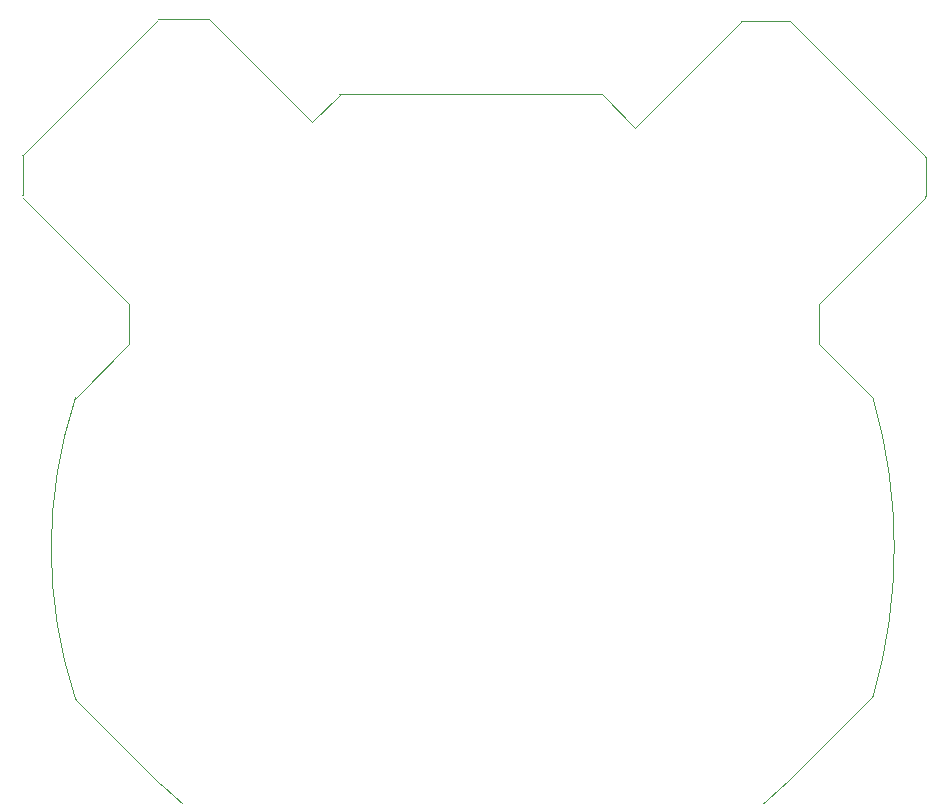
<source format=gbr>
%TF.GenerationSoftware,Altium Limited,Altium Designer,20.0.13 (296)*%
G04 Layer_Color=0*
%FSLAX45Y45*%
%MOMM*%
%TF.FileFunction,Profile,NP*%
%TF.Part,Single*%
G01*
G75*
%TA.AperFunction,Profile*%
%ADD115C,0.02540*%
D115*
X7050336Y6909549D02*
G02*
X7049102Y9452787I3851531J1273488D01*
G01*
D02*
G02*
X7052236Y9457850I12098J-3987D01*
G01*
X7052193Y9457807D01*
X7505662Y9911276D01*
Y10256324D01*
X6607693Y11154293D01*
D02*
G02*
X6605658Y11169650I9007J9007D01*
G01*
D02*
G02*
X6603962Y11176000I11042J6350D01*
G01*
Y11506200D01*
D02*
G02*
X6607736Y11515250I12738J0D01*
G01*
X6607693Y11515207D01*
X7750660Y12658175D01*
D02*
G02*
X7766006Y12660217I9007J-9007D01*
G01*
D02*
G02*
X7772400Y12661938I6394J-11017D01*
G01*
X8178800D01*
D02*
G02*
X8187850Y12658164I0J-12738D01*
G01*
X8187807Y12658207D01*
X9055100Y11790914D01*
X9287393Y12023207D01*
X9287350Y12023164D01*
D02*
G02*
X9296400Y12026938I9050J-8964D01*
G01*
X11506200D01*
D02*
G02*
X11515250Y12023164I0J-12738D01*
G01*
X11515207Y12023207D01*
X11791950Y11746464D01*
X12690993Y12645507D01*
X12690950Y12645464D01*
D02*
G02*
X12700000Y12649238I9050J-8964D01*
G01*
X13093700D01*
D02*
G02*
X13102750Y12645464I0J-12738D01*
G01*
X13102707Y12645507D01*
X14245708Y11502507D01*
X14245663Y11502550D01*
D02*
G02*
X14249438Y11493500I-8964J-9050D01*
G01*
Y11163300D01*
D02*
G02*
X14245663Y11154250I-12738J0D01*
G01*
X14245708Y11154293D01*
X13347739Y10256324D01*
Y9911276D01*
X13801222Y9457792D01*
X13801180Y9457835D01*
D02*
G02*
X13804454Y9452317I-8964J-9050D01*
G01*
D02*
G02*
X13982756Y8191485I-4368726J-1260832D01*
G01*
D02*
G02*
X13804454Y6930653I-4547028J0D01*
G01*
D02*
G02*
X13797018Y6922387I-12238J3532D01*
G01*
X13068314Y6193683D01*
X13068333Y6193701D01*
D02*
G03*
X13068356Y6193725I-9026J8988D01*
G01*
X13068333Y6193701D01*
D02*
G02*
X7778770Y6182644I-2650310J2639253D01*
G01*
Y6182644D01*
D02*
G02*
X7778759Y6182654I8988J9026D01*
G01*
X7058660Y6901381D01*
D02*
G02*
X7050336Y6909549I3770J12167D01*
G01*
%TF.MD5,0f88f840465f13246763429658f02e73*%
M02*

</source>
